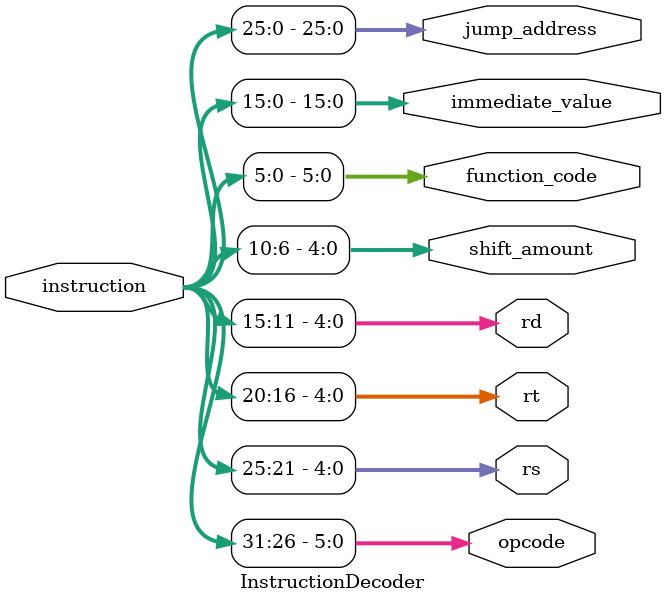
<source format=v>
module InstructionDecoder(
    input [31:0] instruction,  // 输入指令，32位
    output reg [5:0] opcode,       // 操作码，指令的高6位
    output reg [4:0] rs,       // 源寄存器，指令的第6到第10位
    output reg [4:0] rt,       // 目标寄存器，指令的第11到第15位
    output reg [4:0] rd,       // 目标寄存器，指令的第16到第20位
    output reg [4:0] shift_amount,       // 移位量，指令的第21到第25位
    output reg [5:0] function_code,    // 功能码，指令的低6位
    output reg [15:0] immediate_value, // 立即数，指令的第16到第31位
    output reg [25:0] jump_address      // 地址字段，指令的第6到第31位
);

    // 每当输入的指令发生变化时，解析该指令的各个字段
    always @(instruction) begin
        opcode = instruction[31:26];           // 提取操作码，指令的高6位
        rs = instruction[25:21];           // 提取源寄存器，指令的第6到第10位
        rt = instruction[20:16];           // 提取目标寄存器，指令的第11到第15位
        rd = instruction[15:11];           // 提取目标寄存器，指令的第16到第20位
        shift_amount = instruction[10:6];            // 提取移位量，指令的第21到第25位
        function_code = instruction[5:0];          // 提取功能码，指令的低6位
        immediate_value = instruction[15:0];     // 提取立即数，指令的低16位
        jump_address = instruction[25:0];          // 提取地址字段，指令的第6到第31位
    end

endmodule

</source>
